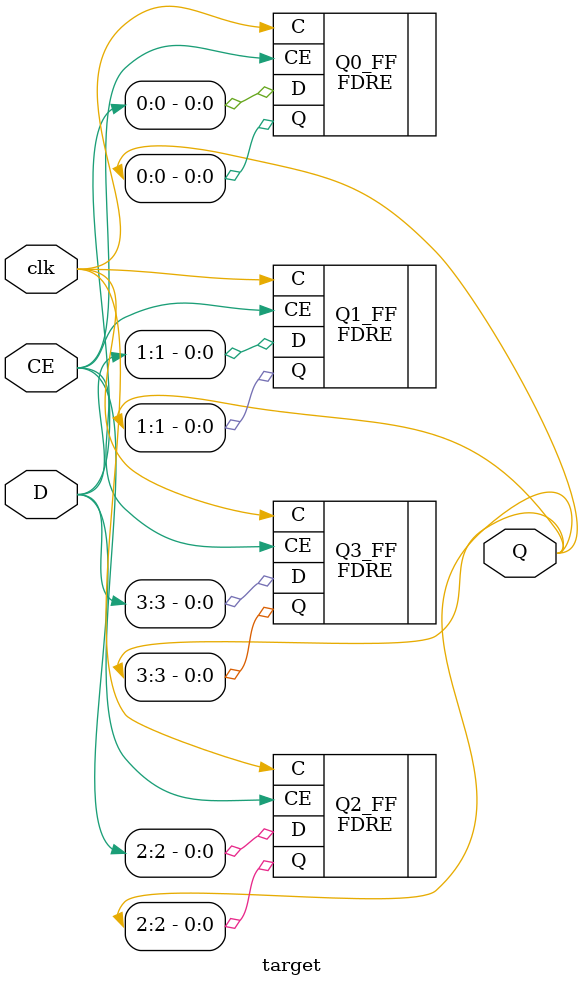
<source format=v>
`timescale 1ns / 1ps


module target(
    input [3:0] D,
    input CE,
    input clk,
    output [3:0] Q
    );
    FDRE #(.INIT(1'b0)) Q0_FF (.C(clk), .CE(CE), .D(D[0]), .Q(Q[0]));
	FDRE #(.INIT(1'b0)) Q1_FF (.C(clk), .CE(CE), .D(D[1]), .Q(Q[1]));
	FDRE #(.INIT(1'b0)) Q2_FF (.C(clk), .CE(CE), .D(D[2]), .Q(Q[2]));
	FDRE #(.INIT(1'b0)) Q3_FF (.C(clk), .CE(CE), .D(D[3]), .Q(Q[3]));
endmodule

</source>
